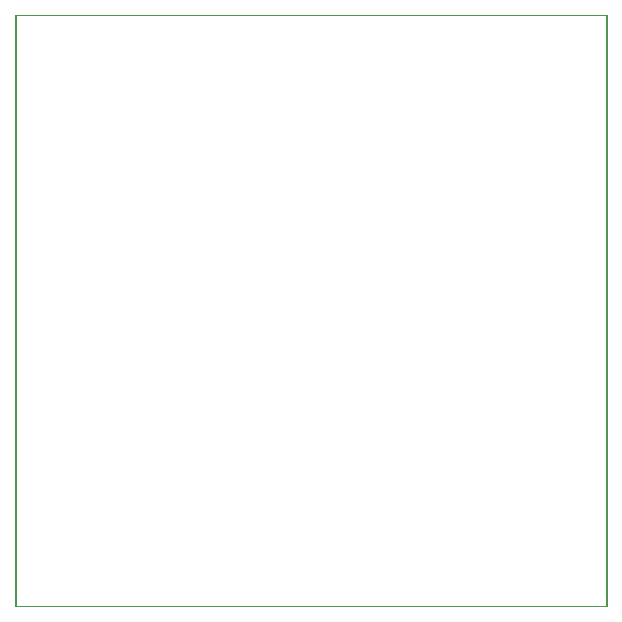
<source format=gm1>
G04 #@! TF.GenerationSoftware,KiCad,Pcbnew,(5.0.0)*
G04 #@! TF.CreationDate,2019-09-16T11:16:57+09:00*
G04 #@! TF.ProjectId,ESP32,45535033322E6B696361645F70636200,rev?*
G04 #@! TF.SameCoordinates,Original*
G04 #@! TF.FileFunction,Profile,NP*
%FSLAX46Y46*%
G04 Gerber Fmt 4.6, Leading zero omitted, Abs format (unit mm)*
G04 Created by KiCad (PCBNEW (5.0.0)) date 09/16/19 11:16:57*
%MOMM*%
%LPD*%
G01*
G04 APERTURE LIST*
%ADD10C,0.100000*%
%ADD11C,0.200000*%
G04 APERTURE END LIST*
D10*
X98000000Y-132000000D02*
X148000000Y-132000000D01*
D11*
X98000000Y-82000000D02*
X98000000Y-132000000D01*
X148000000Y-82000000D02*
X148000000Y-132000000D01*
D10*
X98000000Y-82000000D02*
X148000000Y-82000000D01*
M02*

</source>
